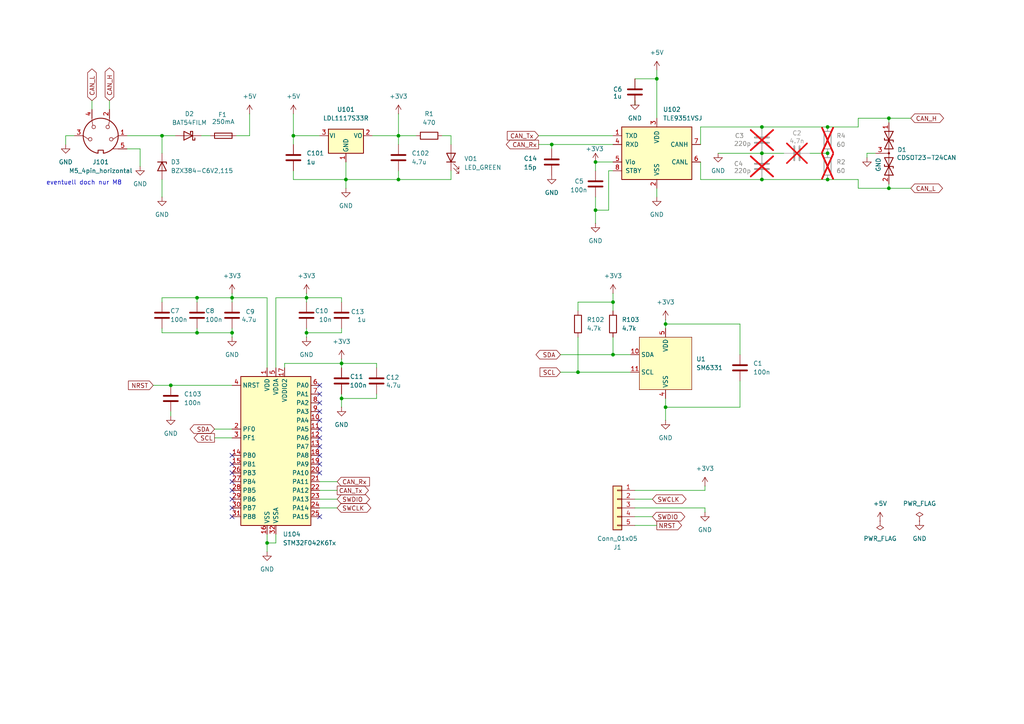
<source format=kicad_sch>
(kicad_sch (version 20231120) (generator "eeschema") (generator_version "8.0")
  (paper "A4")
  (lib_symbols
    (symbol "ASS_parts:SM6331"
      (property "Reference" "U" (at 0 1.27 0))
      (property "Value" "SM6331" (at 0 -1.27 0))
      (symbol "SM6331_0_0"
        (pin no_connect line (at 10.16 0 180) (length 2.54) hide (name "") (number "1"))
        (pin bidirectional line (at -10.16 2.54 0) (length 2.54) (name "SDA") (number "10"))
        (pin input line (at -10.16 -2.54 0) (length 2.54) (name "SCL") (number "11"))
        (pin no_connect line (at 10.16 0 180) (length 2.54) hide (name "") (number "12"))
        (pin no_connect line (at 10.16 0 180) (length 2.54) hide (name "") (number "13"))
        (pin no_connect line (at 10.16 0 180) (length 2.54) hide (name "") (number "14"))
        (pin no_connect line (at 10.16 0 180) (length 2.54) hide (name "") (number "15"))
        (pin no_connect line (at 10.16 0 180) (length 2.54) hide (name "") (number "16"))
        (pin no_connect line (at 10.16 0 180) (length 2.54) hide (name "") (number "2"))
        (pin no_connect line (at 10.16 0 180) (length 2.54) hide (name "") (number "3"))
        (pin power_in line (at 0 -10.16 90) (length 2.54) (name "VSS") (number "4"))
        (pin power_in line (at 0 10.16 270) (length 2.54) (name "VDD") (number "5"))
        (pin no_connect line (at 10.16 0 180) (length 2.54) hide (name "") (number "6"))
        (pin no_connect line (at 10.16 0 180) (length 2.54) hide (name "") (number "7"))
        (pin no_connect line (at 10.16 0 180) (length 2.54) hide (name "") (number "8"))
        (pin no_connect line (at 10.16 0 180) (length 2.54) hide (name "") (number "9"))
      )
      (symbol "SM6331_0_1"
        (rectangle (start -7.62 7.62) (end 7.62 -7.62) (fill (type background)))
      )
    )
    (symbol "Connector_Generic:Conn_01x05" (pin_names (offset 1.016) hide)
      (property "Reference" "J" (at 0 7.62 0))
      (property "Value" "Conn_01x05" (at 0 -7.62 0))
      (symbol "Conn_01x05_1_1"
        (rectangle (start -1.27 -4.953) (end 0 -5.207) (stroke (width 0.1524)))
        (rectangle (start -1.27 -2.413) (end 0 -2.667) (stroke (width 0.1524)))
        (rectangle (start -1.27 0.127) (end 0 -0.127) (stroke (width 0.1524)))
        (rectangle (start -1.27 2.667) (end 0 2.413) (stroke (width 0.1524)))
        (rectangle (start -1.27 5.207) (end 0 4.953) (stroke (width 0.1524)))
        (rectangle (start -1.27 6.35) (end 1.27 -6.35) (stroke (width 0.254)) (fill (type background)))
        (pin passive line (at -5.08 5.08 0) (length 3.81) (name "Pin_1") (number "1"))
        (pin passive line (at -5.08 2.54 0) (length 3.81) (name "Pin_2") (number "2"))
        (pin passive line (at -5.08 0 0) (length 3.81) (name "Pin_3") (number "3"))
        (pin passive line (at -5.08 -2.54 0) (length 3.81) (name "Pin_4") (number "4"))
        (pin passive line (at -5.08 -5.08 0) (length 3.81) (name "Pin_5") (number "5"))
      )
    )
    (symbol "Device:C" (pin_numbers hide) (pin_names (offset 0.254))
      (property "Reference" "C" (at 0.635 2.54 0))
      (property "Value" "C" (at 0.635 -2.54 0))
      (symbol "C_0_1"
        (polyline (pts (xy -2.032 -0.762) (xy 2.032 -0.762)) (stroke (width 0.508)))
        (polyline (pts (xy -2.032 0.762) (xy 2.032 0.762)) (stroke (width 0.508)))
      )
      (symbol "C_1_1"
        (pin passive line (at 0 3.81 270) (length 2.794) (name "~") (number "1"))
        (pin passive line (at 0 -3.81 90) (length 2.794) (name "~") (number "2"))
      )
    )
    (symbol "Device:D_Schottky" (pin_numbers hide) (pin_names (offset 1.016) hide)
      (property "Reference" "D" (at 0 2.54 0))
      (property "Value" "D_Schottky" (at 0 -2.54 0))
      (symbol "D_Schottky_0_1"
        (polyline (pts (xy 1.27 0) (xy -1.27 0)))
        (polyline (pts (xy 1.27 1.27) (xy 1.27 -1.27) (xy -1.27 0) (xy 1.27 1.27)) (stroke (width 0.254)))
        (polyline (pts (xy -1.905 0.635) (xy -1.905 1.27) (xy -1.27 1.27) (xy -1.27 -1.27) (xy -0.635 -1.27) (xy -0.635 -0.635)) (stroke (width 0.254)))
      )
      (symbol "D_Schottky_1_1"
        (pin passive line (at -3.81 0 0) (length 2.54) (name "K") (number "1"))
        (pin passive line (at 3.81 0 180) (length 2.54) (name "A") (number "2"))
      )
    )
    (symbol "Device:D_TVS_Dual_AAC" (pin_names (offset 1.016) hide)
      (property "Reference" "D" (at 0 4.445 0))
      (property "Value" "D_TVS_Dual_AAC" (at 0 2.54 0))
      (symbol "D_TVS_Dual_AAC_0_0"
        (polyline (pts (xy 0 -1.27) (xy 0 0)))
      )
      (symbol "D_TVS_Dual_AAC_0_1"
        (polyline (pts (xy -6.35 0) (xy 6.35 0)))
        (polyline (pts (xy -3.302 1.27) (xy -3.81 1.27) (xy -3.81 -1.27) (xy -4.318 -1.27)) (stroke (width 0.254)))
        (polyline (pts (xy 4.318 1.27) (xy 3.81 1.27) (xy 3.81 -1.27) (xy 3.302 -1.27)) (stroke (width 0.254)))
        (polyline (pts (xy -6.35 1.27) (xy -1.27 -1.27) (xy -1.27 1.27) (xy -6.35 -1.27) (xy -6.35 1.27)) (stroke (width 0.254)))
        (polyline (pts (xy 6.35 1.27) (xy 1.27 -1.27) (xy 1.27 1.27) (xy 6.35 -1.27) (xy 6.35 1.27)) (stroke (width 0.254)))
        (circle (center 0 0) (radius 0.254) (fill (type outline)))
      )
      (symbol "D_TVS_Dual_AAC_1_1"
        (pin passive line (at -8.89 0 0) (length 2.54) (name "A1") (number "1"))
        (pin passive line (at 8.89 0 180) (length 2.54) (name "A2") (number "2"))
        (pin passive line (at 0 -3.81 90) (length 2.54) (name "common") (number "3"))
      )
    )
    (symbol "Device:D_Zener" (pin_numbers hide) (pin_names (offset 1.016) hide)
      (property "Reference" "D" (at 0 2.54 0))
      (property "Value" "D_Zener" (at 0 -2.54 0))
      (symbol "D_Zener_0_1"
        (polyline (pts (xy 1.27 0) (xy -1.27 0)))
        (polyline (pts (xy -1.27 -1.27) (xy -1.27 1.27) (xy -0.762 1.27)) (stroke (width 0.254)))
        (polyline (pts (xy 1.27 -1.27) (xy 1.27 1.27) (xy -1.27 0) (xy 1.27 -1.27)) (stroke (width 0.254)))
      )
      (symbol "D_Zener_1_1"
        (pin passive line (at -3.81 0 0) (length 2.54) (name "K") (number "1"))
        (pin passive line (at 3.81 0 180) (length 2.54) (name "A") (number "2"))
      )
    )
    (symbol "Device:Fuse" (pin_numbers hide) (pin_names (offset 0))
      (property "Reference" "F" (at 2.032 0 90))
      (property "Value" "Fuse" (at -1.905 0 90))
      (symbol "Fuse_0_1"
        (rectangle (start -0.762 -2.54) (end 0.762 2.54) (stroke (width 0.254)))
        (polyline (pts (xy 0 2.54) (xy 0 -2.54)))
      )
      (symbol "Fuse_1_1"
        (pin passive line (at 0 3.81 270) (length 1.27) (name "~") (number "1"))
        (pin passive line (at 0 -3.81 90) (length 1.27) (name "~") (number "2"))
      )
    )
    (symbol "Device:LED" (pin_numbers hide) (pin_names (offset 1.016) hide)
      (property "Reference" "D" (at 0 2.54 0))
      (property "Value" "LED" (at 0 -2.54 0))
      (symbol "LED_0_1"
        (polyline (pts (xy -1.27 -1.27) (xy -1.27 1.27)) (stroke (width 0.254)))
        (polyline (pts (xy -1.27 0) (xy 1.27 0)))
        (polyline (pts (xy 1.27 -1.27) (xy 1.27 1.27) (xy -1.27 0) (xy 1.27 -1.27)) (stroke (width 0.254)))
        (polyline (pts (xy -3.048 -0.762) (xy -4.572 -2.286) (xy -3.81 -2.286) (xy -4.572 -2.286) (xy -4.572 -1.524)))
        (polyline (pts (xy -1.778 -0.762) (xy -3.302 -2.286) (xy -2.54 -2.286) (xy -3.302 -2.286) (xy -3.302 -1.524)))
      )
      (symbol "LED_1_1"
        (pin passive line (at -3.81 0 0) (length 2.54) (name "K") (number "1"))
        (pin passive line (at 3.81 0 180) (length 2.54) (name "A") (number "2"))
      )
    )
    (symbol "Device:R" (pin_numbers hide) (pin_names (offset 0))
      (property "Reference" "R" (at 2.032 0 90))
      (property "Value" "R" (at 0 0 90))
      (symbol "R_0_1"
        (rectangle (start -1.016 -2.54) (end 1.016 2.54) (stroke (width 0.254)))
      )
      (symbol "R_1_1"
        (pin passive line (at 0 3.81 270) (length 1.27) (name "~") (number "1"))
        (pin passive line (at 0 -3.81 90) (length 1.27) (name "~") (number "2"))
      )
    )
    (symbol "FaSTTUBe_Transceivers:TLE9351VSJ" (pin_names (offset 1.016))
      (property "Reference" "U" (at -10.16 8.89 0))
      (property "Value" "TLE9351VSJ" (at 2.54 8.89 0))
      (symbol "TLE9351VSJ_0_1"
        (rectangle (start -10.16 7.62) (end 10.16 -7.62) (stroke (width 0.254)) (fill (type background)))
      )
      (symbol "TLE9351VSJ_1_1"
        (pin input line (at -12.7 5.08 0) (length 2.54) (name "TXD") (number "1"))
        (pin power_in line (at 0 -10.16 90) (length 2.54) (name "VSS") (number "2"))
        (pin power_in line (at 0 10.16 270) (length 2.54) (name "VDD") (number "3"))
        (pin output line (at -12.7 2.54 0) (length 2.54) (name "RXD") (number "4"))
        (pin power_in line (at -12.7 -2.54 0) (length 2.54) (name "Vio") (number "5"))
        (pin bidirectional line (at 12.7 -2.54 180) (length 2.54) (name "CANL") (number "6"))
        (pin bidirectional line (at 12.7 2.54 180) (length 2.54) (name "CANH") (number "7"))
        (pin input line (at -12.7 -5.08 0) (length 2.54) (name "STBY") (number "8"))
      )
    )
    (symbol "FaSTTUBe_connectors:M8_4pin_horizontal" (pin_names (offset 1.016))
      (property "Reference" "J" (at 5.334 5.08 0))
      (property "Value" "M8_4pin_horizontal" (at 0 -6.35 0))
      (symbol "M8_4pin_horizontal_0_1"
        (arc (start -5.08 0) (mid -3.8597 -3.3379) (end -0.762 -5.08) (stroke (width 0.254)))
        (circle (center -3.048 -1.016) (radius 0.508))
        (circle (center -2.032 2.54) (radius 0.508))
        (polyline (pts (xy -3.556 -1.016) (xy -5.08 0)))
        (polyline (pts (xy 3.81 -3.81) (xy 3.556 -3.81)))
        (polyline (pts (xy 5.08 -3.81) (xy 3.81 -3.81)))
        (polyline (pts (xy 5.08 0) (xy 3.556 -1.016)))
        (polyline (pts (xy -2.54 5.08) (xy -2.54 4.318) (xy -2.286 3.048)))
        (polyline (pts (xy 2.54 5.08) (xy 2.54 4.318) (xy 2.286 3.048)))
        (polyline (pts (xy -0.762 -4.953) (xy -0.762 -4.191) (xy 0.762 -4.191) (xy 0.762 -4.953)) (stroke (width 0.254)))
        (arc (start 0.762 -5.08) (mid 3.8673 -3.3444) (end 5.08 0) (stroke (width 0.254)))
        (circle (center 2.032 2.54) (radius 0.508))
        (circle (center 3.048 -1.016) (radius 0.508))
        (arc (start 5.08 0) (mid 0 5.0579) (end -5.08 0) (stroke (width 0.254)))
      )
      (symbol "M8_4pin_horizontal_1_1"
        (pin passive line (at 7.62 0 180) (length 2.54) (name "~") (number "1"))
        (pin passive line (at 2.54 7.62 270) (length 2.54) (name "~") (number "2"))
        (pin passive line (at -7.62 0 0) (length 2.54) (name "~") (number "3"))
        (pin passive line (at -2.54 7.62 270) (length 2.54) (name "~") (number "4"))
        (pin passive line (at 7.62 -3.81 180) (length 2.54) (name "~") (number "5"))
      )
    )
    (symbol "GND_1" (power) (pin_numbers hide) (pin_names (offset 0) hide)
      (property "Value" "GND" (at 0 -3.81 0))
      (symbol "GND_1_0_1"
        (polyline (pts (xy 0 0) (xy 0 -1.27) (xy 1.27 -1.27) (xy 0 -2.54) (xy -1.27 -1.27) (xy 0 -1.27)))
      )
      (symbol "GND_1_1_1"
        (pin power_in line (at 0 0 270) (length 0) (name "~") (number "1"))
      )
    )
    (symbol "MCU_ST_STM32F0:STM32F042K6Tx"
      (property "Reference" "U" (at -10.16 21.59 0))
      (property "Value" "STM32F042K6Tx" (at 5.08 21.59 0))
      (symbol "STM32F042K6Tx_0_1"
        (rectangle (start -10.16 -22.86) (end 10.16 20.32) (stroke (width 0.254)) (fill (type background)))
      )
      (symbol "STM32F042K6Tx_1_1"
        (pin power_in line (at -2.54 22.86 270) (length 2.54) (name "VDD") (number "1"))
        (pin bidirectional line (at 12.7 7.62 180) (length 2.54) (name "PA4") (number "10"))
        (pin bidirectional line (at 12.7 5.08 180) (length 2.54) (name "PA5") (number "11"))
        (pin bidirectional line (at 12.7 2.54 180) (length 2.54) (name "PA6") (number "12"))
        (pin bidirectional line (at 12.7 0 180) (length 2.54) (name "PA7") (number "13"))
        (pin bidirectional line (at -12.7 -2.54 0) (length 2.54) (name "PB0") (number "14"))
        (pin bidirectional line (at -12.7 -5.08 0) (length 2.54) (name "PB1") (number "15"))
        (pin power_in line (at -2.54 -25.4 90) (length 2.54) (name "VSS") (number "16"))
        (pin power_in line (at 2.54 22.86 270) (length 2.54) (name "VDDIO2") (number "17"))
        (pin bidirectional line (at 12.7 -2.54 180) (length 2.54) (name "PA8") (number "18"))
        (pin bidirectional line (at 12.7 -5.08 180) (length 2.54) (name "PA9") (number "19"))
        (pin input line (at -12.7 5.08 0) (length 2.54) (name "PF0") (number "2"))
        (pin bidirectional line (at 12.7 -7.62 180) (length 2.54) (name "PA10") (number "20"))
        (pin bidirectional line (at 12.7 -10.16 180) (length 2.54) (name "PA11") (number "21"))
        (pin bidirectional line (at 12.7 -12.7 180) (length 2.54) (name "PA12") (number "22"))
        (pin bidirectional line (at 12.7 -15.24 180) (length 2.54) (name "PA13") (number "23"))
        (pin bidirectional line (at 12.7 -17.78 180) (length 2.54) (name "PA14") (number "24"))
        (pin bidirectional line (at 12.7 -20.32 180) (length 2.54) (name "PA15") (number "25"))
        (pin bidirectional line (at -12.7 -7.62 0) (length 2.54) (name "PB3") (number "26"))
        (pin bidirectional line (at -12.7 -10.16 0) (length 2.54) (name "PB4") (number "27"))
        (pin bidirectional line (at -12.7 -12.7 0) (length 2.54) (name "PB5") (number "28"))
        (pin bidirectional line (at -12.7 -15.24 0) (length 2.54) (name "PB6") (number "29"))
        (pin input line (at -12.7 2.54 0) (length 2.54) (name "PF1") (number "3"))
        (pin bidirectional line (at -12.7 -17.78 0) (length 2.54) (name "PB7") (number "30"))
        (pin bidirectional line (at -12.7 -20.32 0) (length 2.54) (name "PB8") (number "31"))
        (pin power_in line (at 0 -25.4 90) (length 2.54) (name "VSSA") (number "32"))
        (pin input line (at -12.7 17.78 0) (length 2.54) (name "NRST") (number "4"))
        (pin power_in line (at 0 22.86 270) (length 2.54) (name "VDDA") (number "5"))
        (pin bidirectional line (at 12.7 17.78 180) (length 2.54) (name "PA0") (number "6"))
        (pin bidirectional line (at 12.7 15.24 180) (length 2.54) (name "PA1") (number "7"))
        (pin bidirectional line (at 12.7 12.7 180) (length 2.54) (name "PA2") (number "8"))
        (pin bidirectional line (at 12.7 10.16 180) (length 2.54) (name "PA3") (number "9"))
      )
    )
    (symbol "Regulator_Linear:AP1117-33" (pin_names (offset 0.254))
      (property "Reference" "U" (at -3.81 3.175 0))
      (property "Value" "AP1117-33" (at 0 3.175 0))
      (symbol "AP1117-33_0_1"
        (rectangle (start -5.08 -5.08) (end 5.08 1.905) (stroke (width 0.254)) (fill (type background)))
      )
      (symbol "AP1117-33_1_1"
        (pin power_in line (at 0 -7.62 90) (length 2.54) (name "GND") (number "1"))
        (pin power_out line (at 7.62 0 180) (length 2.54) (name "VO") (number "2"))
        (pin power_in line (at -7.62 0 0) (length 2.54) (name "VI") (number "3"))
      )
    )
    (symbol "power:+3V3" (power) (pin_numbers hide) (pin_names (offset 0) hide)
      (property "Value" "+3V3" (at 0 3.556 0))
      (symbol "+3V3_0_1"
        (polyline (pts (xy -0.762 1.27) (xy 0 2.54)))
        (polyline (pts (xy 0 0) (xy 0 2.54)))
        (polyline (pts (xy 0 2.54) (xy 0.762 1.27)))
      )
      (symbol "+3V3_1_1"
        (pin power_in line (at 0 0 90) (length 0) (name "~") (number "1"))
      )
    )
    (symbol "power:+5V" (power) (pin_numbers hide) (pin_names (offset 0) hide)
      (property "Value" "+5V" (at 0 3.556 0))
      (symbol "+5V_0_1"
        (polyline (pts (xy -0.762 1.27) (xy 0 2.54)))
        (polyline (pts (xy 0 0) (xy 0 2.54)))
        (polyline (pts (xy 0 2.54) (xy 0.762 1.27)))
      )
      (symbol "+5V_1_1"
        (pin power_in line (at 0 0 90) (length 0) (name "~") (number "1"))
      )
    )
    (symbol "power:GND" (power) (pin_names (offset 0))
      (property "Value" "GND" (at 0 -3.81 0))
      (symbol "GND_0_1"
        (polyline (pts (xy 0 0) (xy 0 -1.27) (xy 1.27 -1.27) (xy 0 -2.54) (xy -1.27 -1.27) (xy 0 -1.27)))
      )
      (symbol "GND_1_1"
        (pin power_in line (at 0 0 270) (length 0) hide (name "GND") (number "1"))
      )
    )
    (symbol "power:PWR_FLAG" (power) (pin_numbers hide) (pin_names (offset 0) hide)
      (property "Value" "PWR_FLAG" (at 0 3.81 0))
      (symbol "PWR_FLAG_0_0"
        (pin power_out line (at 0 0 90) (length 0) (name "~") (number "1"))
      )
      (symbol "PWR_FLAG_0_1"
        (polyline (pts (xy 0 0) (xy 0 1.27) (xy -1.016 1.905) (xy 0 2.54) (xy 1.016 1.905) (xy 0 1.27)))
      )
    )
  )
  (junction (at 115.57 52.07))
  (junction (at 49.53 111.76))
  (junction (at 240.03 44.45))
  (junction (at 220.98 36.83))
  (junction (at 257.81 54.61))
  (junction (at 167.64 107.95))
  (junction (at 99.06 115.57))
  (junction (at 88.9 86.36))
  (junction (at 57.15 86.36))
  (junction (at 172.72 46.99))
  (junction (at 257.81 34.29))
  (junction (at 177.8 87.63))
  (junction (at 67.31 86.36))
  (junction (at 57.15 96.52))
  (junction (at 88.9 96.52))
  (junction (at 172.72 60.96))
  (junction (at 46.99 39.37))
  (junction (at 85.09 39.37))
  (junction (at 160.02 41.91))
  (junction (at 115.57 39.37))
  (junction (at 99.06 105.41))
  (junction (at 193.04 118.11))
  (junction (at 67.31 96.52))
  (junction (at 240.03 52.07))
  (junction (at 100.33 52.07))
  (junction (at 193.04 93.98))
  (junction (at 177.8 102.87))
  (junction (at 190.5 22.86))
  (junction (at 220.98 52.07))
  (junction (at 220.98 44.45))
  (junction (at 77.47 157.48))
  (junction (at 240.03 36.83))
  (no_connect (at 92.71 149.86))
  (no_connect (at 92.71 134.62))
  (no_connect (at 92.71 137.16))
  (no_connect (at 92.71 111.76))
  (no_connect (at 92.71 114.3))
  (no_connect (at 92.71 116.84))
  (no_connect (at 92.71 119.38))
  (no_connect (at 92.71 121.92))
  (no_connect (at 92.71 124.46))
  (no_connect (at 92.71 127))
  (no_connect (at 92.71 129.54))
  (no_connect (at 92.71 132.08))
  (no_connect (at 67.31 132.08))
  (no_connect (at 67.31 134.62))
  (no_connect (at 67.31 137.16))
  (no_connect (at 67.31 139.7))
  (no_connect (at 67.31 142.24))
  (no_connect (at 67.31 144.78))
  (no_connect (at 67.31 147.32))
  (no_connect (at 67.31 149.86))
  (wire (pts (xy 107.95 39.37) (xy 115.57 39.37)))
  (wire (pts (xy 167.64 90.17) (xy 167.64 87.63)))
  (wire (pts (xy 88.9 86.36) (xy 99.06 86.36)))
  (wire (pts (xy 100.33 52.07) (xy 115.57 52.07)))
  (wire (pts (xy 82.55 105.41) (xy 82.55 106.68)))
  (wire (pts (xy 36.83 39.37) (xy 46.99 39.37)))
  (wire (pts (xy 184.15 22.86) (xy 190.5 22.86)))
  (wire (pts (xy 92.71 144.78) (xy 97.79 144.78)))
  (wire (pts (xy 203.2 36.83) (xy 203.2 41.91)))
  (wire (pts (xy 46.99 86.36) (xy 57.15 86.36)))
  (wire (pts (xy 88.9 85.09) (xy 88.9 86.36)))
  (wire (pts (xy 172.72 46.99) (xy 177.8 46.99)))
  (wire (pts (xy 162.56 107.95) (xy 167.64 107.95)))
  (wire (pts (xy 257.81 53.34) (xy 257.81 54.61)))
  (wire (pts (xy 26.67 29.21) (xy 26.67 31.75)))
  (wire (pts (xy 208.28 44.45) (xy 220.98 44.45)))
  (wire (pts (xy 92.71 142.24) (xy 97.79 142.24)))
  (wire (pts (xy 77.47 157.48) (xy 77.47 160.02)))
  (wire (pts (xy 257.81 34.29) (xy 264.16 34.29)))
  (wire (pts (xy 251.46 45.72) (xy 251.46 44.45)))
  (wire (pts (xy 167.64 87.63) (xy 177.8 87.63)))
  (wire (pts (xy 109.22 105.41) (xy 109.22 106.68)))
  (wire (pts (xy 251.46 44.45) (xy 254 44.45)))
  (wire (pts (xy 67.31 86.36) (xy 77.47 86.36)))
  (wire (pts (xy 204.47 147.32) (xy 204.47 148.59)))
  (wire (pts (xy 57.15 86.36) (xy 57.15 87.63)))
  (wire (pts (xy 88.9 97.79) (xy 88.9 96.52)))
  (wire (pts (xy 67.31 86.36) (xy 67.31 87.63)))
  (wire (pts (xy 88.9 86.36) (xy 88.9 87.63)))
  (wire (pts (xy 240.03 36.83) (xy 248.92 36.83)))
  (wire (pts (xy 77.47 86.36) (xy 77.47 106.68)))
  (wire (pts (xy 128.27 39.37) (xy 130.81 39.37)))
  (wire (pts (xy 85.09 52.07) (xy 100.33 52.07)))
  (wire (pts (xy 184.15 149.86) (xy 189.23 149.86)))
  (wire (pts (xy 172.72 49.53) (xy 172.72 46.99)))
  (wire (pts (xy 85.09 49.53) (xy 85.09 52.07)))
  (wire (pts (xy 248.92 34.29) (xy 257.81 34.29)))
  (wire (pts (xy 99.06 96.52) (xy 99.06 95.25)))
  (wire (pts (xy 234.95 44.45) (xy 240.03 44.45)))
  (wire (pts (xy 203.2 36.83) (xy 220.98 36.83)))
  (wire (pts (xy 85.09 39.37) (xy 85.09 41.91)))
  (wire (pts (xy 44.45 111.76) (xy 49.53 111.76)))
  (wire (pts (xy 115.57 52.07) (xy 130.81 52.07)))
  (wire (pts (xy 184.15 147.32) (xy 204.47 147.32)))
  (wire (pts (xy 109.22 115.57) (xy 109.22 114.3)))
  (wire (pts (xy 220.98 52.07) (xy 240.03 52.07)))
  (wire (pts (xy 177.8 87.63) (xy 177.8 90.17)))
  (wire (pts (xy 99.06 105.41) (xy 99.06 106.68)))
  (wire (pts (xy 184.15 142.24) (xy 204.47 142.24)))
  (wire (pts (xy 92.71 147.32) (xy 97.79 147.32)))
  (wire (pts (xy 115.57 39.37) (xy 120.65 39.37)))
  (wire (pts (xy 184.15 152.4) (xy 190.5 152.4)))
  (wire (pts (xy 77.47 154.94) (xy 77.47 157.48)))
  (wire (pts (xy 193.04 92.71) (xy 193.04 93.98)))
  (wire (pts (xy 130.81 52.07) (xy 130.81 49.53)))
  (wire (pts (xy 115.57 52.07) (xy 115.57 49.53)))
  (wire (pts (xy 176.53 49.53) (xy 176.53 60.96)))
  (wire (pts (xy 172.72 60.96) (xy 176.53 60.96)))
  (wire (pts (xy 248.92 54.61) (xy 248.92 52.07)))
  (wire (pts (xy 46.99 96.52) (xy 57.15 96.52)))
  (wire (pts (xy 257.81 34.29) (xy 257.81 35.56)))
  (wire (pts (xy 184.15 29.21) (xy 184.15 30.48)))
  (wire (pts (xy 177.8 97.79) (xy 177.8 102.87)))
  (wire (pts (xy 99.06 115.57) (xy 99.06 114.3)))
  (wire (pts (xy 160.02 43.18) (xy 160.02 41.91)))
  (wire (pts (xy 156.21 41.91) (xy 160.02 41.91)))
  (wire (pts (xy 77.47 157.48) (xy 80.01 157.48)))
  (wire (pts (xy 214.63 93.98) (xy 193.04 93.98)))
  (wire (pts (xy 62.23 124.46) (xy 67.31 124.46)))
  (wire (pts (xy 240.03 52.07) (xy 248.92 52.07)))
  (wire (pts (xy 203.2 46.99) (xy 203.2 52.07)))
  (wire (pts (xy 190.5 54.61) (xy 190.5 57.15)))
  (wire (pts (xy 214.63 93.98) (xy 214.63 102.87)))
  (wire (pts (xy 46.99 86.36) (xy 46.99 87.63)))
  (wire (pts (xy 190.5 20.32) (xy 190.5 22.86)))
  (wire (pts (xy 62.23 127) (xy 67.31 127)))
  (wire (pts (xy 31.75 29.21) (xy 31.75 31.75)))
  (wire (pts (xy 85.09 39.37) (xy 92.71 39.37)))
  (wire (pts (xy 193.04 118.11) (xy 214.63 118.11)))
  (wire (pts (xy 46.99 96.52) (xy 46.99 95.25)))
  (wire (pts (xy 46.99 39.37) (xy 46.99 44.45)))
  (wire (pts (xy 46.99 57.15) (xy 46.99 52.07)))
  (wire (pts (xy 99.06 118.11) (xy 99.06 115.57)))
  (wire (pts (xy 162.56 102.87) (xy 177.8 102.87)))
  (wire (pts (xy 130.81 39.37) (xy 130.81 41.91)))
  (wire (pts (xy 115.57 41.91) (xy 115.57 39.37)))
  (wire (pts (xy 57.15 86.36) (xy 67.31 86.36)))
  (wire (pts (xy 92.71 139.7) (xy 97.79 139.7)))
  (wire (pts (xy 172.72 57.15) (xy 172.72 60.96)))
  (wire (pts (xy 184.15 144.78) (xy 189.23 144.78)))
  (wire (pts (xy 99.06 86.36) (xy 99.06 87.63)))
  (wire (pts (xy 190.5 22.86) (xy 190.5 34.29)))
  (wire (pts (xy 57.15 96.52) (xy 67.31 96.52)))
  (wire (pts (xy 214.63 118.11) (xy 214.63 110.49)))
  (wire (pts (xy 257.81 54.61) (xy 264.16 54.61)))
  (wire (pts (xy 67.31 85.09) (xy 67.31 86.36)))
  (wire (pts (xy 156.21 39.37) (xy 177.8 39.37)))
  (wire (pts (xy 177.8 102.87) (xy 182.88 102.87)))
  (wire (pts (xy 177.8 85.09) (xy 177.8 87.63)))
  (wire (pts (xy 19.05 39.37) (xy 21.59 39.37)))
  (wire (pts (xy 68.58 39.37) (xy 72.39 39.37)))
  (wire (pts (xy 220.98 44.45) (xy 227.33 44.45)))
  (wire (pts (xy 49.53 119.38) (xy 49.53 120.65)))
  (wire (pts (xy 203.2 52.07) (xy 220.98 52.07)))
  (wire (pts (xy 176.53 49.53) (xy 177.8 49.53)))
  (wire (pts (xy 167.64 107.95) (xy 167.64 97.79)))
  (wire (pts (xy 82.55 105.41) (xy 99.06 105.41)))
  (wire (pts (xy 193.04 115.57) (xy 193.04 118.11)))
  (wire (pts (xy 49.53 111.76) (xy 67.31 111.76)))
  (wire (pts (xy 248.92 34.29) (xy 248.92 36.83)))
  (wire (pts (xy 115.57 33.02) (xy 115.57 39.37)))
  (wire (pts (xy 57.15 96.52) (xy 57.15 95.25)))
  (wire (pts (xy 19.05 41.91) (xy 19.05 39.37)))
  (wire (pts (xy 99.06 105.41) (xy 109.22 105.41)))
  (wire (pts (xy 40.64 48.26) (xy 40.64 43.18)))
  (wire (pts (xy 85.09 33.02) (xy 85.09 39.37)))
  (wire (pts (xy 80.01 157.48) (xy 80.01 154.94)))
  (wire (pts (xy 58.42 39.37) (xy 60.96 39.37)))
  (wire (pts (xy 88.9 96.52) (xy 99.06 96.52)))
  (wire (pts (xy 67.31 97.79) (xy 67.31 96.52)))
  (wire (pts (xy 99.06 104.14) (xy 99.06 105.41)))
  (wire (pts (xy 80.01 86.36) (xy 88.9 86.36)))
  (wire (pts (xy 193.04 93.98) (xy 193.04 95.25)))
  (wire (pts (xy 88.9 96.52) (xy 88.9 95.25)))
  (wire (pts (xy 99.06 115.57) (xy 109.22 115.57)))
  (wire (pts (xy 204.47 142.24) (xy 204.47 140.97)))
  (wire (pts (xy 248.92 54.61) (xy 257.81 54.61)))
  (wire (pts (xy 182.88 107.95) (xy 167.64 107.95)))
  (wire (pts (xy 100.33 46.99) (xy 100.33 52.07)))
  (wire (pts (xy 72.39 33.02) (xy 72.39 39.37)))
  (wire (pts (xy 40.64 43.18) (xy 36.83 43.18)))
  (wire (pts (xy 46.99 39.37) (xy 50.8 39.37)))
  (wire (pts (xy 100.33 52.07) (xy 100.33 54.61)))
  (wire (pts (xy 67.31 96.52) (xy 67.31 95.25)))
  (wire (pts (xy 193.04 118.11) (xy 193.04 121.92)))
  (wire (pts (xy 220.98 36.83) (xy 240.03 36.83)))
  (wire (pts (xy 80.01 86.36) (xy 80.01 106.68)))
  (wire (pts (xy 172.72 60.96) (xy 172.72 64.77)))
  (wire (pts (xy 160.02 41.91) (xy 177.8 41.91)))
  (text "eventuell doch nur M8\n" (at 24.384 53.086 0) (effects (font (size 1.27 1.27))))
  (global_label "CAN_Rx" (shape output) (at 156.21 41.91 180) (property "Intersheetrefs" "${INTERSHEET_REFS}" (effects (hide yes))))
  (global_label "SWCLK" (shape bidirectional) (at 189.23 144.78 0) (property "Intersheetrefs" "${INTERSHEET_REFS}" (effects (hide yes))))
  (global_label "NRST" (shape input) (at 44.45 111.76 180) (property "Intersheetrefs" "${INTERSHEET_REFS}" (effects (hide yes))))
  (global_label "SWDIO" (shape bidirectional) (at 97.79 144.78 0) (property "Intersheetrefs" "${INTERSHEET_REFS}" (effects (hide yes))))
  (global_label "CAN_L" (shape bidirectional) (at 264.16 54.61 0) (property "Intersheetrefs" "${INTERSHEET_REFS}" (effects (hide yes))))
  (global_label "NRST" (shape output) (at 190.5 152.4 0) (property "Intersheetrefs" "${INTERSHEET_REFS}" (effects (hide yes))))
  (global_label "CAN_Tx" (shape input) (at 156.21 39.37 180) (property "Intersheetrefs" "${INTERSHEET_REFS}" (effects (hide yes))))
  (global_label "SWCLK" (shape bidirectional) (at 97.79 147.32 0) (property "Intersheetrefs" "${INTERSHEET_REFS}" (effects (hide yes))))
  (global_label "SCL" (shape output) (at 62.23 127 180) (property "Intersheetrefs" "${INTERSHEET_REFS}" (effects (hide yes))))
  (global_label "SWDIO" (shape bidirectional) (at 189.23 149.86 0) (property "Intersheetrefs" "${INTERSHEET_REFS}" (effects (hide yes))))
  (global_label "CAN_H" (shape bidirectional) (at 31.75 29.21 90) (property "Intersheetrefs" "${INTERSHEET_REFS}" (effects (hide yes))))
  (global_label "CAN_Tx" (shape output) (at 97.79 142.24 0) (property "Intersheetrefs" "${INTERSHEET_REFS}" (effects (hide yes))))
  (global_label "CAN_L" (shape bidirectional) (at 26.67 29.21 90) (property "Intersheetrefs" "${INTERSHEET_REFS}" (effects (hide yes))))
  (global_label "SDA" (shape bidirectional) (at 62.23 124.46 180) (property "Intersheetrefs" "${INTERSHEET_REFS}" (effects (hide yes))))
  (global_label "CAN_H" (shape bidirectional) (at 264.16 34.29 0) (property "Intersheetrefs" "${INTERSHEET_REFS}" (effects (hide yes))))
  (global_label "CAN_Rx" (shape input) (at 97.79 139.7 0) (property "Intersheetrefs" "${INTERSHEET_REFS}" (effects (hide yes))))
  (global_label "SDA" (shape bidirectional) (at 162.56 102.87 180) (property "Intersheetrefs" "${INTERSHEET_REFS}" (effects (hide yes))))
  (global_label "SCL" (shape input) (at 162.56 107.95 180) (property "Intersheetrefs" "${INTERSHEET_REFS}" (effects (hide yes))))
  (symbol (lib_id "Device:C") (at 220.98 48.26 180) (unit 1) (dnp yes)
    (property "Reference" "C4" (at 212.852 47.498 0) (effects (justify right)))
    (property "Value" "220p" (at 212.852 49.53 0) (effects (justify right)))
    (property "Footprint" "Capacitor_SMD:C_0603_1608Metric" (effects (hide yes)))
  )
  (symbol (lib_id "Device:C") (at 85.09 45.72 0) (unit 1)
    (property "Reference" "C101" (at 88.9 44.4499 0) (effects (justify left)))
    (property "Value" "1u" (at 88.9 46.9899 0) (effects (justify left)))
    (property "Footprint" "Capacitor_SMD:C_0603_1608Metric" (effects (hide yes)))
  )
  (symbol (lib_name "GND_1") (lib_id "power:GND") (at 88.9 97.79 0) (unit 1)
    (property "Reference" "#PWR04" (effects (hide yes)))
    (property "Value" "GND" (at 88.9 102.87 0))
    (property "Description" "Power symbol creates a global label with name \"GND\" , ground" (effects (hide yes)))
  )
  (symbol (lib_id "Device:R") (at 124.46 39.37 90) (unit 1)
    (property "Reference" "R1" (at 124.46 33.02 90))
    (property "Value" "470" (at 124.46 35.56 90))
    (property "Footprint" "Resistor_SMD:R_0603_1608Metric" (effects (hide yes)))
  )
  (symbol (lib_id "power:GND") (at 19.05 41.91 0) (unit 1)
    (property "Reference" "#PWR0105" (effects (hide yes)))
    (property "Value" "GND" (at 19.05 46.99 0))
  )
  (symbol (lib_name "GND_1") (lib_id "power:GND") (at 40.64 48.26 0) (unit 1)
    (property "Reference" "#PWR028" (effects (hide yes)))
    (property "Value" "GND" (at 40.64 53.34 0))
    (property "Description" "Power symbol creates a global label with name \"GND\" , ground" (effects (hide yes)))
  )
  (symbol (lib_id "Device:C") (at 172.72 53.34 0) (unit 1)
    (property "Reference" "C5" (at 166.624 52.578 0) (effects (justify left)))
    (property "Value" "100n" (at 165.354 55.118 0) (effects (justify left)))
    (property "Footprint" "Capacitor_SMD:C_0603_1608Metric" (effects (hide yes)))
  )
  (symbol (lib_id "FaSTTUBe_connectors:M8_4pin_horizontal") (at 29.21 39.37 0) (unit 1)
    (property "Reference" "J101" (at 29.2101 46.99 0))
    (property "Value" "M5_4pin_horizontal" (at 29.2101 49.53 0))
    (property "Footprint" "FaSTTUBe_connectors:M8_718_4pin_horizontal" (effects (hide yes)))
    (property "Datasheet" "https://www.binder-connector.com/de/produkte/automatisierungstechnik/m-8-sensorsteckverbinder/flanschdose-gewinkelt-von-vorn-verschraubbar-mit-schirmblech-tauchloeten#866618112100004" (effects (hide yes)))
  )
  (symbol (lib_id "Device:C") (at 231.14 44.45 90) (unit 1) (dnp yes)
    (property "Reference" "C2" (at 231.14 38.608 90))
    (property "Value" "4.7n" (at 231.14 40.894 90))
    (property "Footprint" "Capacitor_SMD:C_0603_1608Metric" (effects (hide yes)))
  )
  (symbol (lib_id "ASS_parts:SM6331") (at 193.04 105.41 0) (unit 1)
    (property "Reference" "U1" (at 201.93 104.1399 0) (effects (justify left)))
    (property "Value" "SM6331" (at 201.93 106.6799 0) (effects (justify left)))
    (property "Footprint" "ASS_parts:SM7000_SOIC-16" (effects (hide yes)))
    (property "Datasheet" "https://www.te.com/commerce/DocumentDelivery/DDEController?Action=showdoc&DocId=Data+Sheet%7FSM7000SM6000SM5000%7FA6%7Fpdf%7FEnglish%7FENG_DS_SM7000SM6000SM5000_A6.pdf%7F6331-BCE-S-005-000" (effects (hide yes)))
  )
  (symbol (lib_id "power:GND") (at 251.46 45.72 0) (unit 1)
    (property "Reference" "#PWR02" (effects (hide yes)))
    (property "Value" "GND" (at 254.762 45.72 90) (effects (justify right)))
  )
  (symbol (lib_id "power:+3V3") (at 88.9 85.09 0) (unit 1)
    (property "Reference" "#PWR07" (effects (hide yes)))
    (property "Value" "+3V3" (at 88.9 80.01 0))
    (property "Description" "Power symbol creates a global label with name \"+3V3\"" (effects (hide yes)))
  )
  (symbol (lib_id "power:+5V") (at 190.5 20.32 0) (unit 1)
    (property "Reference" "#PWR015" (effects (hide yes)))
    (property "Value" "+5V" (at 190.5 15.24 0))
    (property "Description" "Power symbol creates a global label with name \"+5V\"" (effects (hide yes)))
  )
  (symbol (lib_id "Device:R") (at 240.03 40.64 0) (unit 1) (dnp yes)
    (property "Reference" "R4" (at 242.57 39.3699 0) (effects (justify left)))
    (property "Value" "60" (at 242.57 41.9099 0) (effects (justify left)))
    (property "Footprint" "Resistor_SMD:R_0603_1608Metric" (effects (hide yes)))
  )
  (symbol (lib_name "GND_1") (lib_id "power:GND") (at 172.72 64.77 0) (unit 1)
    (property "Reference" "#PWR025" (effects (hide yes)))
    (property "Value" "GND" (at 172.72 69.85 0))
    (property "Description" "Power symbol creates a global label with name \"GND\" , ground" (effects (hide yes)))
  )
  (symbol (lib_id "power:+3V3") (at 204.47 140.97 0) (unit 1)
    (property "Reference" "#PWR029" (effects (hide yes)))
    (property "Value" "+3V3" (at 204.47 135.89 0))
    (property "Description" "Power symbol creates a global label with name \"+3V3\"" (effects (hide yes)))
  )
  (symbol (lib_id "power:+3V3") (at 172.72 46.99 0) (unit 1)
    (property "Reference" "#PWR019" (effects (hide yes)))
    (property "Value" "+3V3" (at 172.466 43.18 0))
    (property "Description" "Power symbol creates a global label with name \"+3V3\"" (effects (hide yes)))
  )
  (symbol (lib_id "Device:C") (at 214.63 106.68 0) (unit 1)
    (property "Reference" "C1" (at 218.44 105.4099 0) (effects (justify left)))
    (property "Value" "100n" (at 218.44 107.9499 0) (effects (justify left)))
    (property "Footprint" "Capacitor_SMD:C_0603_1608Metric" (effects (hide yes)))
  )
  (symbol (lib_name "GND_1") (lib_id "power:GND") (at 266.7 151.13 0) (unit 1)
    (property "Reference" "#PWR016" (effects (hide yes)))
    (property "Value" "GND" (at 266.7 156.21 0))
    (property "Description" "Power symbol creates a global label with name \"GND\" , ground" (effects (hide yes)))
  )
  (symbol (lib_id "power:+3V3") (at 99.06 104.14 0) (unit 1)
    (property "Reference" "#PWR05" (effects (hide yes)))
    (property "Value" "+3V3" (at 99.06 99.06 0))
    (property "Description" "Power symbol creates a global label with name \"+3V3\"" (effects (hide yes)))
  )
  (symbol (lib_name "GND_1") (lib_id "power:GND") (at 160.02 50.8 0) (unit 1)
    (property "Reference" "#PWR017" (effects (hide yes)))
    (property "Value" "GND" (at 160.02 55.88 0))
    (property "Description" "Power symbol creates a global label with name \"GND\" , ground" (effects (hide yes)))
  )
  (symbol (lib_name "GND_1") (lib_id "power:GND") (at 67.31 97.79 0) (unit 1)
    (property "Reference" "#PWR08" (effects (hide yes)))
    (property "Value" "GND" (at 67.31 102.87 0))
    (property "Description" "Power symbol creates a global label with name \"GND\" , ground" (effects (hide yes)))
  )
  (symbol (lib_name "GND_1") (lib_id "power:GND") (at 190.5 57.15 0) (unit 1)
    (property "Reference" "#PWR024" (effects (hide yes)))
    (property "Value" "GND" (at 190.5 62.23 0))
    (property "Description" "Power symbol creates a global label with name \"GND\" , ground" (effects (hide yes)))
  )
  (symbol (lib_id "power:PWR_FLAG") (at 255.27 151.13 0) (mirror x) (unit 1)
    (property "Reference" "#FLG01" (effects (hide yes)))
    (property "Value" "PWR_FLAG" (at 255.27 156.21 0))
    (property "Description" "Special symbol for telling ERC where power comes from" (effects (hide yes)))
  )
  (symbol (lib_name "GND_1") (lib_id "power:GND") (at 49.53 120.65 0) (unit 1)
    (property "Reference" "#PWR026" (effects (hide yes)))
    (property "Value" "GND" (at 49.53 125.73 0))
    (property "Description" "Power symbol creates a global label with name \"GND\" , ground" (effects (hide yes)))
  )
  (symbol (lib_id "Device:C") (at 88.9 91.44 0) (mirror y) (unit 1)
    (property "Reference" "C10" (at 95.25 90.17 0) (effects (justify left)))
    (property "Value" "10n" (at 96.266 92.71 0) (effects (justify left)))
    (property "Footprint" "Capacitor_SMD:C_0603_1608Metric" (effects (hide yes)))
  )
  (symbol (lib_id "power:+5V") (at 85.09 33.02 0) (unit 1)
    (property "Reference" "#PWR012" (effects (hide yes)))
    (property "Value" "+5V" (at 85.09 27.94 0))
    (property "Description" "Power symbol creates a global label with name \"+5V\"" (effects (hide yes)))
  )
  (symbol (lib_id "Device:C") (at 99.06 91.44 0) (mirror y) (unit 1)
    (property "Reference" "C13" (at 105.664 90.424 0) (effects (justify left)))
    (property "Value" "1u" (at 106.172 92.71 0) (effects (justify left)))
    (property "Footprint" "Capacitor_SMD:C_0603_1608Metric" (effects (hide yes)))
  )
  (symbol (lib_id "Device:C") (at 99.06 110.49 0) (mirror y) (unit 1)
    (property "Reference" "C11" (at 105.41 109.22 0) (effects (justify left)))
    (property "Value" "100n" (at 106.426 111.76 0) (effects (justify left)))
    (property "Footprint" "Capacitor_SMD:C_0603_1608Metric" (effects (hide yes)))
  )
  (symbol (lib_id "Device:D_TVS_Dual_AAC") (at 257.81 44.45 270) (unit 1)
    (property "Reference" "D1" (at 261.62 43.434 90))
    (property "Value" "CDSOT23-T24CAN" (at 268.732 45.72 90))
    (property "Footprint" "Package_TO_SOT_SMD:SOT-23" (effects (hide yes)))
    (property "Datasheet" "https://www.mouser.de/datasheet/2/54/cdsot23_t24can_q-1534349.pdf" (effects (hide yes)))
    (property "Description" "Bidirectional dual transient-voltage-suppression diode, center on pin 3" (effects (hide yes)))
  )
  (symbol (lib_id "power:+5V") (at 255.27 151.13 0) (unit 1)
    (property "Reference" "#PWR013" (effects (hide yes)))
    (property "Value" "+5V" (at 255.27 146.05 0))
    (property "Description" "Power symbol creates a global label with name \"+5V\"" (effects (hide yes)))
  )
  (symbol (lib_id "Device:R") (at 240.03 48.26 0) (unit 1) (dnp yes)
    (property "Reference" "R2" (at 242.57 46.9899 0) (effects (justify left)))
    (property "Value" "60" (at 242.57 49.5299 0) (effects (justify left)))
    (property "Footprint" "Resistor_SMD:R_0603_1608Metric" (effects (hide yes)))
  )
  (symbol (lib_id "MCU_ST_STM32F0:STM32F042K6Tx") (at 80.01 129.54 0) (unit 1)
    (property "Reference" "U104" (at 82.0294 154.94 0) (effects (justify left)))
    (property "Value" "STM32F042K6Tx" (at 82.0294 157.48 0) (effects (justify left)))
    (property "Footprint" "Package_QFP:LQFP-32_7x7mm_P0.8mm" (effects (hide yes)))
    (property "Datasheet" "http://www.st.com/st-web-ui/static/active/en/resource/technical/document/datasheet/DM00105814.pdf" (effects (hide yes)))
  )
  (symbol (lib_name "GND_1") (lib_id "power:GND") (at 77.47 160.02 0) (unit 1)
    (property "Reference" "#PWR027" (effects (hide yes)))
    (property "Value" "GND" (at 77.47 165.1 0))
    (property "Description" "Power symbol creates a global label with name \"GND\" , ground" (effects (hide yes)))
  )
  (symbol (lib_id "power:PWR_FLAG") (at 266.7 151.13 0) (unit 1)
    (property "Reference" "#FLG02" (effects (hide yes)))
    (property "Value" "PWR_FLAG" (at 266.7 146.05 0))
    (property "Description" "Special symbol for telling ERC where power comes from" (effects (hide yes)))
  )
  (symbol (lib_id "Regulator_Linear:AP1117-33") (at 100.33 39.37 0) (unit 1)
    (property "Reference" "U101" (at 100.33 31.75 0))
    (property "Value" "LDL1117S33R" (at 100.33 34.29 0))
    (property "Footprint" "Package_TO_SOT_SMD:SOT-223" (effects (hide yes)))
    (property "Datasheet" "https://www.mouser.de/datasheet/2/389/ldl1117-1849797.pdf" (effects (hide yes)))
  )
  (symbol (lib_id "Device:R") (at 167.64 93.98 0) (unit 1)
    (property "Reference" "R102" (at 170.18 92.7099 0) (effects (justify left)))
    (property "Value" "4.7k" (at 170.18 95.2499 0) (effects (justify left)))
    (property "Footprint" "Resistor_SMD:R_0603_1608Metric" (effects (hide yes)))
  )
  (symbol (lib_id "Device:C") (at 57.15 91.44 0) (mirror y) (unit 1)
    (property "Reference" "C8" (at 62.23 90.17 0) (effects (justify left)))
    (property "Value" "100n" (at 64.516 92.71 0) (effects (justify left)))
    (property "Footprint" "Capacitor_SMD:C_0603_1608Metric" (effects (hide yes)))
  )
  (symbol (lib_id "power:+3V3") (at 177.8 85.09 0) (unit 1)
    (property "Reference" "#PWR020" (effects (hide yes)))
    (property "Value" "+3V3" (at 177.8 80.01 0))
    (property "Description" "Power symbol creates a global label with name \"+3V3\"" (effects (hide yes)))
  )
  (symbol (lib_id "power:+3V3") (at 193.04 92.71 0) (unit 1)
    (property "Reference" "#PWR021" (effects (hide yes)))
    (property "Value" "+3V3" (at 193.04 87.63 0))
    (property "Description" "Power symbol creates a global label with name \"+3V3\"" (effects (hide yes)))
  )
  (symbol (lib_id "Device:C") (at 67.31 91.44 0) (mirror y) (unit 1)
    (property "Reference" "C9" (at 73.914 90.424 0) (effects (justify left)))
    (property "Value" "4.7u" (at 74.422 92.71 0) (effects (justify left)))
    (property "Footprint" "Capacitor_SMD:C_0603_1608Metric" (effects (hide yes)))
  )
  (symbol (lib_id "Device:LED") (at 130.81 45.72 90) (unit 1)
    (property "Reference" "VO1" (at 134.62 46.0374 90) (effects (justify right)))
    (property "Value" "LED_GREEN" (at 134.62 48.5774 90) (effects (justify right)))
    (property "Footprint" "LED_SMD:LED_0603_1608Metric_Pad1.05x0.95mm_HandSolder" (effects (hide yes)))
  )
  (symbol (lib_id "Device:R") (at 177.8 93.98 0) (unit 1)
    (property "Reference" "R103" (at 180.34 92.7099 0) (effects (justify left)))
    (property "Value" "4.7k" (at 180.34 95.2499 0) (effects (justify left)))
    (property "Footprint" "Resistor_SMD:R_0603_1608Metric" (effects (hide yes)))
  )
  (symbol (lib_name "GND_1") (lib_id "power:GND") (at 204.47 148.59 0) (unit 1)
    (property "Reference" "#PWR030" (effects (hide yes)))
    (property "Value" "GND" (at 204.47 153.67 0))
    (property "Description" "Power symbol creates a global label with name \"GND\" , ground" (effects (hide yes)))
  )
  (symbol (lib_name "GND_1") (lib_id "power:GND") (at 100.33 54.61 0) (unit 1)
    (property "Reference" "#PWR014" (effects (hide yes)))
    (property "Value" "GND" (at 100.33 59.69 0))
    (property "Description" "Power symbol creates a global label with name \"GND\" , ground" (effects (hide yes)))
  )
  (symbol (lib_name "GND_1") (lib_id "power:GND") (at 46.99 57.15 0) (unit 1)
    (property "Reference" "#PWR022" (effects (hide yes)))
    (property "Value" "GND" (at 46.99 62.23 0))
    (property "Description" "Power symbol creates a global label with name \"GND\" , ground" (effects (hide yes)))
  )
  (symbol (lib_id "Device:C") (at 49.53 115.57 0) (unit 1)
    (property "Reference" "C103" (at 53.34 114.2999 0) (effects (justify left)))
    (property "Value" "100n" (at 53.34 116.8399 0) (effects (justify left)))
    (property "Footprint" "Capacitor_SMD:C_0603_1608Metric" (effects (hide yes)))
  )
  (symbol (lib_id "Device:D_Schottky") (at 54.61 39.37 180) (unit 1)
    (property "Reference" "D2" (at 54.9275 33.02 0))
    (property "Value" "BAT54FILM" (at 54.9275 35.56 0))
    (property "Footprint" "Package_TO_SOT_SMD:SOT-23" (effects (hide yes)))
    (property "Datasheet" "https://www.mouser.de/datasheet/2/389/bat54-1849047.pdf" (effects (hide yes)))
    (property "Description" "Schottky diode" (effects (hide yes)))
  )
  (symbol (lib_id "Device:Fuse") (at 64.77 39.37 90) (unit 1)
    (property "Reference" "F1" (at 65.786 33.274 90) (effects (justify left)))
    (property "Value" "250mA" (at 68.072 35.306 90) (effects (justify left)))
    (property "Footprint" "Fuse:Fuse_1206_3216Metric" (effects (hide yes)))
    (property "Datasheet" "https://www.mouser.de/ProductDetail/Eaton-Electronics/PTS120616V025?qs=QmibqUXyDhQ7IcVi%2FHaiRg%3D%3D" (effects (hide yes)))
  )
  (symbol (lib_id "Device:D_Zener") (at 46.99 48.26 270) (unit 1)
    (property "Reference" "D3" (at 49.53 46.9899 90) (effects (justify left)))
    (property "Value" "BZX384-C6V2,115" (at 49.53 49.5299 90) (effects (justify left)))
    (property "Footprint" "Diode_SMD:D_SOD-323" (effects (hide yes)))
    (property "Datasheet" "https://assets.nexperia.com/documents/data-sheet/BZX384_SER.pdf" (effects (hide yes)))
    (property "Description" "Zener diode" (effects (hide yes)))
  )
  (symbol (lib_id "Device:C") (at 46.99 91.44 0) (mirror y) (unit 1)
    (property "Reference" "C7" (at 52.07 90.17 0) (effects (justify left)))
    (property "Value" "100n" (at 54.356 92.71 0) (effects (justify left)))
    (property "Footprint" "Capacitor_SMD:C_0603_1608Metric" (effects (hide yes)))
  )
  (symbol (lib_name "GND_1") (lib_id "power:GND") (at 184.15 29.21 0) (unit 1)
    (property "Reference" "#PWR03" (effects (hide yes)))
    (property "Value" "GND" (at 184.15 34.29 0))
    (property "Description" "Power symbol creates a global label with name \"GND\" , ground" (effects (hide yes)))
  )
  (symbol (lib_id "power:+3V3") (at 67.31 85.09 0) (unit 1)
    (property "Reference" "#PWR011" (effects (hide yes)))
    (property "Value" "+3V3" (at 67.31 80.01 0))
    (property "Description" "Power symbol creates a global label with name \"+3V3\"" (effects (hide yes)))
  )
  (symbol (lib_id "Device:C") (at 220.98 40.64 180) (unit 1) (dnp yes)
    (property "Reference" "C3" (at 213.106 39.37 0) (effects (justify right)))
    (property "Value" "220p" (at 212.852 41.656 0) (effects (justify right)))
    (property "Footprint" "Capacitor_SMD:C_0603_1608Metric" (effects (hide yes)))
  )
  (symbol (lib_id "Device:C") (at 184.15 26.67 0) (unit 1)
    (property "Reference" "C6" (at 177.8 25.908 0) (effects (justify left)))
    (property "Value" "1u" (at 177.8 27.94 0) (effects (justify left)))
    (property "Footprint" "Capacitor_SMD:C_0603_1608Metric" (effects (hide yes)))
  )
  (symbol (lib_id "power:+3V3") (at 115.57 33.02 0) (unit 1)
    (property "Reference" "#PWR018" (effects (hide yes)))
    (property "Value" "+3V3" (at 115.57 27.94 0))
    (property "Description" "Power symbol creates a global label with name \"+3V3\"" (effects (hide yes)))
  )
  (symbol (lib_id "power:GND") (at 208.28 44.45 0) (unit 1)
    (property "Reference" "#PWR01" (effects (hide yes)))
    (property "Value" "GND" (at 208.28 49.53 0))
  )
  (symbol (lib_id "Device:C") (at 160.02 46.99 0) (unit 1)
    (property "Reference" "C14" (at 151.892 45.974 0) (effects (justify left)))
    (property "Value" "15p" (at 151.892 48.514 0) (effects (justify left)))
    (property "Footprint" "Capacitor_SMD:C_0603_1608Metric" (effects (hide yes)))
  )
  (symbol (lib_id "Device:C") (at 115.57 45.72 0) (unit 1)
    (property "Reference" "C102" (at 119.38 44.4499 0) (effects (justify left)))
    (property "Value" "4.7u" (at 119.38 46.9899 0) (effects (justify left)))
    (property "Footprint" "Capacitor_SMD:C_0603_1608Metric" (effects (hide yes)))
  )
  (symbol (lib_name "GND_1") (lib_id "power:GND") (at 193.04 121.92 0) (unit 1)
    (property "Reference" "#PWR023" (effects (hide yes)))
    (property "Value" "GND" (at 193.04 127 0))
    (property "Description" "Power symbol creates a global label with name \"GND\" , ground" (effects (hide yes)))
  )
  (symbol (lib_id "Connector_Generic:Conn_01x05") (at 179.07 147.32 0) (mirror y) (unit 1)
    (property "Reference" "J1" (at 179.07 158.75 0))
    (property "Value" "Conn_01x05" (at 179.07 156.21 0))
    (property "Footprint" "Connector_PinHeader_2.54mm:PinHeader_1x05_P2.54mm_Vertical" (effects (hide yes)))
    (property "Description" "Generic connector, single row, 01x05, script generated (kicad-library-utils/schlib/autogen/connector/)" (effects (hide yes)))
  )
  (symbol (lib_id "Device:C") (at 109.22 110.49 0) (mirror y) (unit 1)
    (property "Reference" "C12" (at 115.824 109.474 0) (effects (justify left)))
    (property "Value" "4.7u" (at 116.332 111.76 0) (effects (justify left)))
    (property "Footprint" "Capacitor_SMD:C_0603_1608Metric" (effects (hide yes)))
  )
  (symbol (lib_id "FaSTTUBe_Transceivers:TLE9351VSJ") (at 190.5 44.45 0) (unit 1)
    (property "Reference" "U102" (at 192.278 31.75 0) (effects (justify left)))
    (property "Value" "TLE9351VSJ" (at 192.278 34.29 0) (effects (justify left)))
    (property "Footprint" "Package_SO:SOIC-8_3.9x4.9mm_P1.27mm" (effects (hide yes)))
    (property "Datasheet" "https://www.infineon.com/dgdl/Infineon-TLE9351VSJ-DataSheet-v01_10-EN.pdf?fileId=5546d46276c4f5350176f6dd01371230" (effects (hide yes)))
  )
  (symbol (lib_id "power:+5V") (at 72.39 33.02 0) (unit 1)
    (property "Reference" "#PWR010" (effects (hide yes)))
    (property "Value" "+5V" (at 72.39 27.94 0))
    (property "Description" "Power symbol creates a global label with name \"+5V\"" (effects (hide yes)))
  )
  (symbol (lib_name "GND_1") (lib_id "power:GND") (at 99.06 118.11 0) (unit 1)
    (property "Reference" "#PWR09" (effects (hide yes)))
    (property "Value" "GND" (at 99.06 123.19 0))
    (property "Description" "Power symbol creates a global label with name \"GND\" , ground" (effects (hide yes)))
  )
)
</source>
